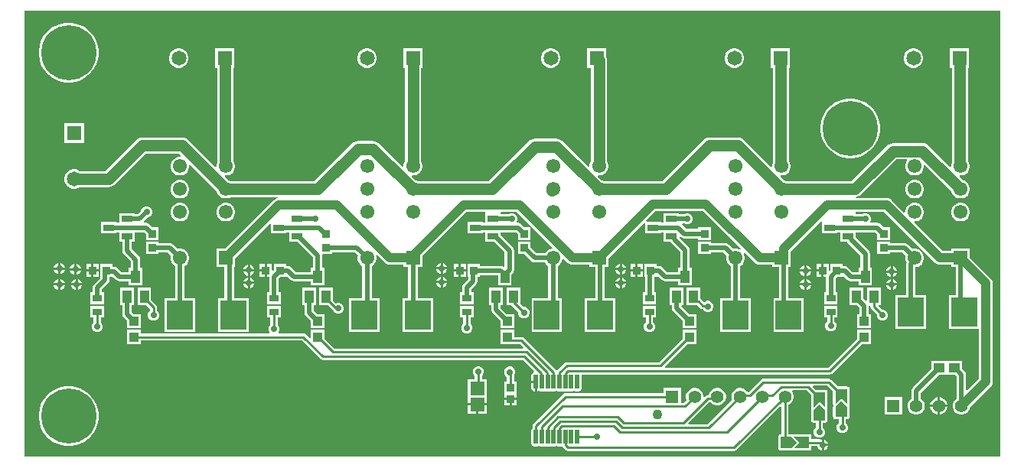
<source format=gtl>
G04*
G04 #@! TF.GenerationSoftware,Altium Limited,Altium Designer,21.4.1 (30)*
G04*
G04 Layer_Physical_Order=1*
G04 Layer_Color=255*
%FSLAX25Y25*%
%MOIN*%
G70*
G04*
G04 #@! TF.SameCoordinates,1266B52B-6285-4ABA-978B-C55B880163AB*
G04*
G04*
G04 #@! TF.FilePolarity,Positive*
G04*
G01*
G75*
%ADD14R,0.11221X0.12598*%
%ADD15R,0.03591X0.03381*%
%ADD16R,0.03985X0.04168*%
%ADD17R,0.04724X0.03150*%
%ADD18R,0.03381X0.03591*%
%ADD19R,0.03937X0.05512*%
%ADD20R,0.03937X0.03150*%
%ADD21R,0.06127X0.06213*%
G04:AMPARAMS|DCode=22|XSize=17.72mil|YSize=62.99mil|CornerRadius=1.95mil|HoleSize=0mil|Usage=FLASHONLY|Rotation=180.000|XOffset=0mil|YOffset=0mil|HoleType=Round|Shape=RoundedRectangle|*
%AMROUNDEDRECTD22*
21,1,0.01772,0.05909,0,0,180.0*
21,1,0.01382,0.06299,0,0,180.0*
1,1,0.00390,-0.00691,0.02955*
1,1,0.00390,0.00691,0.02955*
1,1,0.00390,0.00691,-0.02955*
1,1,0.00390,-0.00691,-0.02955*
%
%ADD22ROUNDEDRECTD22*%
%ADD23R,0.03543X0.03347*%
%ADD24R,0.04000X0.05000*%
%ADD25R,0.04562X0.03985*%
%ADD26R,0.05000X0.04000*%
%ADD37C,0.06102*%
%ADD38R,0.06102X0.06102*%
%ADD41C,0.05512*%
%ADD42R,0.05512X0.05512*%
%ADD43C,0.04331*%
%ADD47C,0.02000*%
%ADD48C,0.04000*%
%ADD49C,0.01000*%
%ADD50C,0.05000*%
%ADD51C,0.06496*%
%ADD52R,0.06496X0.06496*%
%ADD53R,0.06496X0.06496*%
%ADD54C,0.24000*%
%ADD55C,0.02800*%
G36*
X698726Y230774D02*
X273775D01*
Y425225D01*
X698726D01*
Y230774D01*
D02*
G37*
%LPC*%
G36*
X661559Y408748D02*
X660441D01*
X659360Y408459D01*
X658392Y407899D01*
X657601Y407108D01*
X657042Y406140D01*
X656752Y405059D01*
Y403941D01*
X657042Y402860D01*
X657601Y401892D01*
X658392Y401101D01*
X659360Y400541D01*
X660441Y400252D01*
X661559D01*
X662640Y400541D01*
X663608Y401101D01*
X664399Y401892D01*
X664958Y402860D01*
X665248Y403941D01*
Y405059D01*
X664958Y406140D01*
X664399Y407108D01*
X663608Y407899D01*
X662640Y408459D01*
X661559Y408748D01*
D02*
G37*
G36*
X583559D02*
X582441D01*
X581360Y408459D01*
X580392Y407899D01*
X579601Y407108D01*
X579041Y406140D01*
X578752Y405059D01*
Y403941D01*
X579041Y402860D01*
X579601Y401892D01*
X580392Y401101D01*
X581360Y400541D01*
X582441Y400252D01*
X583559D01*
X584640Y400541D01*
X585608Y401101D01*
X586399Y401892D01*
X586959Y402860D01*
X587248Y403941D01*
Y405059D01*
X586959Y406140D01*
X586399Y407108D01*
X585608Y407899D01*
X584640Y408459D01*
X583559Y408748D01*
D02*
G37*
G36*
X503559D02*
X502441D01*
X501360Y408459D01*
X500392Y407899D01*
X499601Y407108D01*
X499042Y406140D01*
X498752Y405059D01*
Y403941D01*
X499042Y402860D01*
X499601Y401892D01*
X500392Y401101D01*
X501360Y400541D01*
X502441Y400252D01*
X503559D01*
X504640Y400541D01*
X505608Y401101D01*
X506399Y401892D01*
X506958Y402860D01*
X507248Y403941D01*
Y405059D01*
X506958Y406140D01*
X506399Y407108D01*
X505608Y407899D01*
X504640Y408459D01*
X503559Y408748D01*
D02*
G37*
G36*
X423559D02*
X422441D01*
X421360Y408459D01*
X420392Y407899D01*
X419601Y407108D01*
X419041Y406140D01*
X418752Y405059D01*
Y403941D01*
X419041Y402860D01*
X419601Y401892D01*
X420392Y401101D01*
X421360Y400541D01*
X422441Y400252D01*
X423559D01*
X424640Y400541D01*
X425608Y401101D01*
X426399Y401892D01*
X426959Y402860D01*
X427248Y403941D01*
Y405059D01*
X426959Y406140D01*
X426399Y407108D01*
X425608Y407899D01*
X424640Y408459D01*
X423559Y408748D01*
D02*
G37*
G36*
X341559D02*
X340441D01*
X339360Y408459D01*
X338392Y407899D01*
X337601Y407108D01*
X337041Y406140D01*
X336752Y405059D01*
Y403941D01*
X337041Y402860D01*
X337601Y401892D01*
X338392Y401101D01*
X339360Y400541D01*
X340441Y400252D01*
X341559D01*
X342640Y400541D01*
X343608Y401101D01*
X344399Y401892D01*
X344958Y402860D01*
X345248Y403941D01*
Y405059D01*
X344958Y406140D01*
X344399Y407108D01*
X343608Y407899D01*
X342640Y408459D01*
X341559Y408748D01*
D02*
G37*
G36*
X294023Y420000D02*
X291977D01*
X289956Y419680D01*
X288010Y419048D01*
X286187Y418119D01*
X284531Y416916D01*
X283084Y415469D01*
X281881Y413813D01*
X280952Y411990D01*
X280320Y410044D01*
X280000Y408023D01*
Y405977D01*
X280320Y403956D01*
X280952Y402010D01*
X281881Y400186D01*
X283084Y398531D01*
X284531Y397084D01*
X286187Y395881D01*
X288010Y394952D01*
X289956Y394320D01*
X291977Y394000D01*
X294023D01*
X296044Y394320D01*
X297990Y394952D01*
X299814Y395881D01*
X301469Y397084D01*
X302916Y398531D01*
X304119Y400186D01*
X305048Y402010D01*
X305680Y403956D01*
X306000Y405977D01*
Y408023D01*
X305680Y410044D01*
X305048Y411990D01*
X304119Y413813D01*
X302916Y415469D01*
X301469Y416916D01*
X299814Y418119D01*
X297990Y419048D01*
X296044Y419680D01*
X294023Y420000D01*
D02*
G37*
G36*
X299670Y376082D02*
X291174D01*
Y367586D01*
X299670D01*
Y376082D01*
D02*
G37*
G36*
X634523Y387000D02*
X632477D01*
X630456Y386680D01*
X628510Y386048D01*
X626686Y385119D01*
X625031Y383916D01*
X623584Y382469D01*
X622381Y380814D01*
X621452Y378990D01*
X620820Y377044D01*
X620500Y375023D01*
Y372977D01*
X620820Y370956D01*
X621452Y369010D01*
X622381Y367186D01*
X623584Y365531D01*
X625031Y364084D01*
X626686Y362881D01*
X628510Y361952D01*
X630456Y361320D01*
X632477Y361000D01*
X634523D01*
X636544Y361320D01*
X638490Y361952D01*
X640313Y362881D01*
X641969Y364084D01*
X643416Y365531D01*
X644619Y367186D01*
X645548Y369010D01*
X646180Y370956D01*
X646500Y372977D01*
Y375023D01*
X646180Y377044D01*
X645548Y378990D01*
X644619Y380814D01*
X643416Y382469D01*
X641969Y383916D01*
X640313Y385119D01*
X638490Y386048D01*
X636544Y386680D01*
X634523Y387000D01*
D02*
G37*
G36*
X685248Y408748D02*
X676752D01*
Y400252D01*
X677759D01*
Y359123D01*
X677725Y359064D01*
X677449Y358033D01*
Y357251D01*
X676949Y357044D01*
X667445Y366547D01*
X666714Y367108D01*
X665863Y367461D01*
X664949Y367581D01*
X658551D01*
X658162Y367530D01*
X652000D01*
X651086Y367410D01*
X650235Y367057D01*
X649504Y366496D01*
X634038Y351030D01*
X605488D01*
X605064Y351275D01*
X604591Y351402D01*
X603044Y352949D01*
X603251Y353449D01*
X604033D01*
X605064Y353725D01*
X605988Y354258D01*
X606742Y355012D01*
X607275Y355936D01*
X607551Y356967D01*
Y358033D01*
X607275Y359064D01*
X606819Y359853D01*
Y400252D01*
X607248D01*
Y408748D01*
X598752D01*
Y400252D01*
X599759D01*
Y359123D01*
X599725Y359064D01*
X599449Y358033D01*
Y357251D01*
X598949Y357044D01*
X586996Y368996D01*
X586265Y369557D01*
X585414Y369910D01*
X584500Y370030D01*
X572000D01*
X571086Y369910D01*
X570235Y369557D01*
X569504Y368996D01*
X551538Y351030D01*
X525988D01*
X525564Y351275D01*
X525091Y351402D01*
X523544Y352949D01*
X523751Y353449D01*
X524533D01*
X525564Y353725D01*
X526487Y354258D01*
X527242Y355012D01*
X527775Y355936D01*
X528051Y356967D01*
Y358033D01*
X527775Y359064D01*
X527530Y359488D01*
Y403500D01*
X527410Y404414D01*
X527248Y404805D01*
Y408748D01*
X518752D01*
Y400252D01*
X520470D01*
Y359488D01*
X520225Y359064D01*
X519949Y358033D01*
Y357251D01*
X519449Y357044D01*
X507996Y368496D01*
X507265Y369057D01*
X506414Y369410D01*
X505500Y369530D01*
X496000D01*
X495086Y369410D01*
X494235Y369057D01*
X493504Y368496D01*
X476038Y351030D01*
X444988D01*
X444564Y351275D01*
X444091Y351402D01*
X442544Y352949D01*
X442751Y353449D01*
X443533D01*
X444564Y353725D01*
X445487Y354258D01*
X446242Y355012D01*
X446775Y355936D01*
X447051Y356967D01*
Y358033D01*
X446775Y359064D01*
X446530Y359488D01*
Y400252D01*
X447248D01*
Y408748D01*
X438752D01*
Y400252D01*
X439470D01*
Y359488D01*
X439225Y359064D01*
X438949Y358033D01*
Y357251D01*
X438449Y357044D01*
X427996Y367496D01*
X427265Y368057D01*
X426414Y368410D01*
X425500Y368530D01*
X419000D01*
X418086Y368410D01*
X417235Y368057D01*
X416504Y367496D01*
X400038Y351030D01*
X363488D01*
X363064Y351275D01*
X362591Y351402D01*
X361044Y352949D01*
X361251Y353449D01*
X362033D01*
X363064Y353725D01*
X363987Y354258D01*
X364742Y355012D01*
X365275Y355936D01*
X365551Y356967D01*
Y358033D01*
X365275Y359064D01*
X364819Y359853D01*
Y400252D01*
X365248D01*
Y408748D01*
X356752D01*
Y400252D01*
X357759D01*
Y359123D01*
X357725Y359064D01*
X357449Y358033D01*
Y357251D01*
X356949Y357044D01*
X344996Y368996D01*
X344265Y369557D01*
X343414Y369910D01*
X342500Y370030D01*
X325000D01*
X324086Y369910D01*
X323235Y369557D01*
X322504Y368996D01*
X308872Y355365D01*
X297803D01*
X297061Y355793D01*
X295981Y356083D01*
X294862D01*
X293782Y355793D01*
X292813Y355234D01*
X292022Y354443D01*
X291463Y353474D01*
X291174Y352394D01*
Y351275D01*
X291463Y350195D01*
X292022Y349226D01*
X292813Y348435D01*
X293782Y347876D01*
X294862Y347586D01*
X295981D01*
X297061Y347876D01*
X297803Y348304D01*
X310334D01*
X311248Y348425D01*
X312100Y348777D01*
X312831Y349338D01*
X326462Y362970D01*
X341038D01*
X341956Y362051D01*
X341749Y361551D01*
X340967D01*
X339936Y361275D01*
X339013Y360742D01*
X338258Y359987D01*
X337725Y359064D01*
X337449Y358033D01*
Y356967D01*
X337725Y355936D01*
X338258Y355012D01*
X339013Y354258D01*
X339936Y353725D01*
X340967Y353449D01*
X342033D01*
X343064Y353725D01*
X343987Y354258D01*
X344742Y355012D01*
X345275Y355936D01*
X345551Y356967D01*
Y357749D01*
X346051Y357956D01*
X357598Y346409D01*
X357725Y345936D01*
X358258Y345012D01*
X359013Y344258D01*
X359936Y343725D01*
X360967Y343449D01*
X362033D01*
X363064Y343725D01*
X363488Y343970D01*
X384041D01*
X384074Y343470D01*
X383717Y343423D01*
X382987Y343121D01*
X382360Y342640D01*
X361272Y321551D01*
X357449D01*
Y313449D01*
X360961D01*
Y299799D01*
X358118D01*
Y285201D01*
X371339D01*
Y299799D01*
X365039D01*
Y313449D01*
X365551D01*
Y317272D01*
X380676Y332397D01*
X381138Y332205D01*
Y328165D01*
X387862D01*
Y328701D01*
X389012D01*
Y324425D01*
X392852D01*
X399461Y317817D01*
Y313087D01*
X398532D01*
Y311370D01*
X392014D01*
X390019Y313365D01*
X389357Y313807D01*
X388577Y313963D01*
X387748D01*
Y314795D01*
X382367D01*
Y312195D01*
X382133Y312010D01*
X381632Y312238D01*
Y314795D01*
X379442D01*
Y312000D01*
Y309205D01*
X380461D01*
Y302528D01*
X379532D01*
Y297378D01*
X385469D01*
Y302528D01*
X384539D01*
Y308492D01*
X385251Y309205D01*
X387748D01*
Y309215D01*
X388210Y309406D01*
X389727Y307889D01*
X390389Y307447D01*
X391169Y307292D01*
X398532D01*
Y305575D01*
X404468D01*
Y313087D01*
X403539D01*
Y318661D01*
X403499Y318865D01*
X403816Y319252D01*
X407795D01*
Y319903D01*
X417713D01*
X419083Y318533D01*
X418949Y318033D01*
Y316967D01*
X419225Y315936D01*
X419758Y315013D01*
X420512Y314258D01*
X420961Y313999D01*
Y299799D01*
X415276D01*
Y285201D01*
X428496D01*
Y299799D01*
X425039D01*
Y313999D01*
X425488Y314258D01*
X426242Y315013D01*
X426775Y315936D01*
X427051Y316967D01*
Y318033D01*
X426903Y318584D01*
X427352Y318843D01*
X430835Y315360D01*
X431461Y314879D01*
X432191Y314577D01*
X432974Y314474D01*
X438949D01*
Y313449D01*
X440961D01*
Y299799D01*
X438504D01*
Y285201D01*
X451724D01*
Y299799D01*
X445039D01*
Y313449D01*
X447051D01*
Y318272D01*
X466253Y337474D01*
X474379D01*
X474575Y337055D01*
X474575Y336974D01*
Y332779D01*
X473425D01*
Y333315D01*
X466701D01*
Y328165D01*
X473425D01*
Y328701D01*
X474575D01*
Y324425D01*
X478415D01*
X482961Y319880D01*
Y313748D01*
X482789Y313617D01*
X482461Y313508D01*
X481898Y313884D01*
X481118Y314039D01*
X472248D01*
Y314795D01*
X466867D01*
Y309205D01*
X466983D01*
Y308049D01*
X465058Y306124D01*
X464616Y305463D01*
X464461Y304682D01*
Y302528D01*
X463531D01*
Y297378D01*
X469468D01*
Y302528D01*
X468539D01*
Y303838D01*
X470464Y305763D01*
X470906Y306424D01*
X471061Y307205D01*
Y309205D01*
X472248D01*
Y309961D01*
X480031D01*
Y305575D01*
X485968D01*
Y310203D01*
X486442Y310676D01*
X486884Y311338D01*
X487039Y312118D01*
Y320724D01*
X486884Y321505D01*
X486442Y322166D01*
X486442Y322166D01*
X481299Y327309D01*
Y328701D01*
X487868D01*
X488704Y327864D01*
Y325367D01*
X494296D01*
Y330748D01*
X491588D01*
X490155Y332182D01*
X489493Y332624D01*
X488713Y332779D01*
X488327D01*
X488092Y333279D01*
X488400Y334023D01*
Y334977D01*
X488035Y335859D01*
X487360Y336535D01*
X486477Y336900D01*
X485523D01*
X484652Y336539D01*
X481456D01*
X481299Y337039D01*
Y337055D01*
X481495Y337474D01*
X488304D01*
X503765Y322013D01*
X503574Y321551D01*
X503467D01*
X502436Y321275D01*
X501512Y320742D01*
X500758Y319988D01*
X500499Y319539D01*
X496892D01*
X494296Y322136D01*
Y324633D01*
X488704D01*
Y319252D01*
X491412D01*
X494605Y316058D01*
X495267Y315616D01*
X496047Y315461D01*
X500499D01*
X500758Y315013D01*
X501512Y314258D01*
X501961Y313999D01*
Y299799D01*
X494661D01*
Y285201D01*
X507882D01*
Y299799D01*
X506039D01*
Y313999D01*
X506488Y314258D01*
X507242Y315013D01*
X507775Y315936D01*
X508051Y316967D01*
Y317074D01*
X508513Y317265D01*
X510418Y315360D01*
X511045Y314879D01*
X511774Y314577D01*
X512558Y314474D01*
X519949D01*
Y313449D01*
X522461D01*
Y299799D01*
X517890D01*
Y285201D01*
X531110D01*
Y299799D01*
X526539D01*
Y313449D01*
X528051D01*
Y317272D01*
X543764Y332984D01*
X544264Y332777D01*
Y328165D01*
X550988D01*
Y328701D01*
X552138D01*
Y324425D01*
X555267D01*
X555420Y324196D01*
X559461Y320155D01*
Y313087D01*
X558532D01*
Y311370D01*
X553675D01*
X551603Y313442D01*
X550942Y313884D01*
X550161Y314039D01*
X549248D01*
Y314795D01*
X543867D01*
Y309205D01*
X544188D01*
Y302528D01*
X543032D01*
Y297378D01*
X548969D01*
Y302528D01*
X548266D01*
Y309205D01*
X549248D01*
Y309322D01*
X549748Y309529D01*
X551389Y307889D01*
X552050Y307447D01*
X552831Y307292D01*
X552831Y307292D01*
X558532D01*
Y305575D01*
X564468D01*
Y313087D01*
X563539D01*
Y321000D01*
X563539Y321000D01*
X563384Y321780D01*
X562942Y322442D01*
X562942Y322442D01*
X558980Y326404D01*
X559006Y326669D01*
X559527Y326855D01*
X559766Y326616D01*
X560427Y326174D01*
X561207Y326019D01*
X567205D01*
Y325367D01*
X572795D01*
Y330748D01*
X567205D01*
Y330097D01*
X562052D01*
X560208Y331941D01*
X560415Y332441D01*
X561199D01*
X562023Y332100D01*
X562977D01*
X563860Y332465D01*
X564535Y333140D01*
X564900Y334023D01*
Y334977D01*
X564535Y335859D01*
X563860Y336535D01*
X562977Y336900D01*
X562023D01*
X561140Y336535D01*
X561125Y336520D01*
X558862D01*
Y337055D01*
X552138D01*
Y332779D01*
X550988D01*
Y333315D01*
X544801D01*
X544594Y333815D01*
X548753Y337974D01*
X569247D01*
X585784Y321436D01*
X585477Y321036D01*
X585064Y321275D01*
X584033Y321551D01*
X582967D01*
X582467Y321417D01*
X580500Y323384D01*
X579838Y323826D01*
X579058Y323981D01*
X572795D01*
Y324633D01*
X567205D01*
Y319252D01*
X572795D01*
Y319903D01*
X578213D01*
X579583Y318533D01*
X579449Y318033D01*
Y316967D01*
X579725Y315936D01*
X580258Y315013D01*
X581012Y314258D01*
X581461Y313999D01*
Y299799D01*
X576776D01*
Y285201D01*
X589996D01*
Y299799D01*
X585539D01*
Y313999D01*
X585988Y314258D01*
X586742Y315013D01*
X587275Y315936D01*
X587551Y316967D01*
Y318033D01*
X587275Y319064D01*
X587036Y319477D01*
X587436Y319784D01*
X591860Y315360D01*
X592487Y314879D01*
X593217Y314577D01*
X594000Y314474D01*
X599449D01*
Y313449D01*
X602461D01*
Y299799D01*
X600004D01*
Y285201D01*
X613224D01*
Y299799D01*
X606539D01*
Y313449D01*
X607551D01*
Y318355D01*
X607577Y318551D01*
Y320298D01*
X620669Y333389D01*
X621138Y333151D01*
X621138Y332883D01*
Y328165D01*
X627862D01*
Y328701D01*
X629012D01*
Y324425D01*
X632141D01*
X632294Y324196D01*
X637961Y318529D01*
Y313087D01*
X637032D01*
Y311370D01*
X634514D01*
X632519Y313365D01*
X631857Y313807D01*
X631077Y313962D01*
X630248D01*
Y314795D01*
X624867D01*
Y312195D01*
X624633Y312010D01*
X624132Y312238D01*
Y314795D01*
X621942D01*
Y312000D01*
Y309205D01*
X622961D01*
Y302528D01*
X622031D01*
Y297378D01*
X627969D01*
Y302528D01*
X627039D01*
Y308492D01*
X627751Y309205D01*
X630248D01*
Y309215D01*
X630710Y309406D01*
X632227Y307889D01*
X632889Y307447D01*
X633669Y307292D01*
X637032D01*
Y305575D01*
X642969D01*
Y313087D01*
X642039D01*
Y319374D01*
X641884Y320154D01*
X641442Y320816D01*
X635761Y326497D01*
X635736Y326622D01*
Y328701D01*
X644368D01*
X645204Y327864D01*
Y325367D01*
X650796D01*
Y330748D01*
X648088D01*
X646655Y332182D01*
X645993Y332624D01*
X645213Y332779D01*
X642327D01*
X642092Y333279D01*
X642400Y334023D01*
Y334977D01*
X642035Y335859D01*
X641360Y336535D01*
X640477Y336900D01*
X639523D01*
X638640Y336535D01*
X638625Y336520D01*
X635846D01*
X635736Y337019D01*
Y337055D01*
X635932Y337474D01*
X648247D01*
X670360Y315360D01*
X670987Y314879D01*
X671717Y314577D01*
X672500Y314474D01*
X677449D01*
Y313449D01*
X679461D01*
Y301299D01*
X676504D01*
Y286701D01*
X689474D01*
Y264753D01*
X684344Y259623D01*
X683882Y259814D01*
Y266701D01*
X683727Y267481D01*
X683284Y268143D01*
X683284Y268143D01*
X682036Y269391D01*
Y272492D01*
X668964D01*
Y269103D01*
X660716Y260854D01*
X660274Y260193D01*
X660118Y259412D01*
Y256160D01*
X659851Y256006D01*
X659152Y255306D01*
X658658Y254450D01*
X658402Y253495D01*
Y252505D01*
X658658Y251550D01*
X659152Y250694D01*
X659851Y249994D01*
X660708Y249500D01*
X661663Y249244D01*
X662652D01*
X663607Y249500D01*
X664464Y249994D01*
X665163Y250694D01*
X665657Y251550D01*
X665913Y252505D01*
Y253495D01*
X665657Y254450D01*
X665163Y255306D01*
X664464Y256006D01*
X664197Y256160D01*
Y258568D01*
X672137Y266508D01*
X679152D01*
X679803Y265856D01*
Y256160D01*
X679536Y256006D01*
X678837Y255306D01*
X678343Y254450D01*
X678087Y253495D01*
Y252505D01*
X678343Y251550D01*
X678837Y250694D01*
X679536Y249994D01*
X680393Y249500D01*
X681348Y249244D01*
X682337D01*
X683292Y249500D01*
X684149Y249994D01*
X684848Y250694D01*
X685343Y251550D01*
X685530Y252251D01*
X694640Y261360D01*
X695120Y261987D01*
X695423Y262717D01*
X695526Y263500D01*
Y306500D01*
X695423Y307283D01*
X695120Y308013D01*
X694640Y308640D01*
X685551Y317728D01*
Y321551D01*
X677449D01*
Y320526D01*
X673753D01*
X661330Y332949D01*
X661538Y333449D01*
X662033D01*
X663064Y333725D01*
X663987Y334258D01*
X664742Y335013D01*
X665275Y335936D01*
X665551Y336967D01*
Y338033D01*
X665275Y339064D01*
X664742Y339987D01*
X663987Y340742D01*
X663064Y341275D01*
X662033Y341551D01*
X660967D01*
X659936Y341275D01*
X659013Y340742D01*
X658258Y339987D01*
X657725Y339064D01*
X657449Y338033D01*
Y337538D01*
X656949Y337330D01*
X651640Y342640D01*
X651013Y343121D01*
X650283Y343423D01*
X649500Y343526D01*
X635959D01*
X635926Y344026D01*
X636414Y344090D01*
X637265Y344443D01*
X637996Y345004D01*
X653462Y360470D01*
X658034D01*
X658228Y360051D01*
X658248Y359970D01*
X657725Y359064D01*
X657449Y358033D01*
Y356967D01*
X657725Y355936D01*
X658258Y355012D01*
X659013Y354258D01*
X659936Y353725D01*
X660967Y353449D01*
X662033D01*
X663064Y353725D01*
X663987Y354258D01*
X664742Y355012D01*
X665275Y355936D01*
X665551Y356967D01*
Y357749D01*
X666051Y357956D01*
X677598Y346409D01*
X677725Y345936D01*
X678258Y345012D01*
X679012Y344258D01*
X679936Y343725D01*
X680967Y343449D01*
X682033D01*
X683064Y343725D01*
X683988Y344258D01*
X684742Y345012D01*
X685275Y345936D01*
X685551Y346967D01*
Y348033D01*
X685275Y349064D01*
X684742Y349988D01*
X683988Y350742D01*
X683064Y351275D01*
X682591Y351402D01*
X681044Y352949D01*
X681251Y353449D01*
X682033D01*
X683064Y353725D01*
X683988Y354258D01*
X684742Y355012D01*
X685275Y355936D01*
X685551Y356967D01*
Y358033D01*
X685275Y359064D01*
X684819Y359853D01*
Y400252D01*
X685248D01*
Y408748D01*
D02*
G37*
G36*
X662033Y351551D02*
X660967D01*
X659936Y351275D01*
X659013Y350742D01*
X658258Y349988D01*
X657725Y349064D01*
X657449Y348033D01*
Y346967D01*
X657725Y345936D01*
X658258Y345012D01*
X659013Y344258D01*
X659936Y343725D01*
X660967Y343449D01*
X662033D01*
X663064Y343725D01*
X663987Y344258D01*
X664742Y345012D01*
X665275Y345936D01*
X665551Y346967D01*
Y348033D01*
X665275Y349064D01*
X664742Y349988D01*
X663987Y350742D01*
X663064Y351275D01*
X662033Y351551D01*
D02*
G37*
G36*
X342033D02*
X340967D01*
X339936Y351275D01*
X339013Y350742D01*
X338258Y349988D01*
X337725Y349064D01*
X337449Y348033D01*
Y346967D01*
X337725Y345936D01*
X338258Y345012D01*
X339013Y344258D01*
X339936Y343725D01*
X340967Y343449D01*
X342033D01*
X343064Y343725D01*
X343987Y344258D01*
X344742Y345012D01*
X345275Y345936D01*
X345551Y346967D01*
Y348033D01*
X345275Y349064D01*
X344742Y349988D01*
X343987Y350742D01*
X343064Y351275D01*
X342033Y351551D01*
D02*
G37*
G36*
X327477Y339900D02*
X326523D01*
X325641Y339535D01*
X324965Y338860D01*
X324605Y337988D01*
X323136Y336520D01*
X321799D01*
Y337055D01*
X315075D01*
Y332779D01*
X313925D01*
Y333315D01*
X307201D01*
Y328165D01*
X313925D01*
Y328701D01*
X315075D01*
Y324425D01*
X316398D01*
Y320563D01*
X316553Y319783D01*
X316995Y319121D01*
X320221Y315896D01*
Y313087D01*
X319291D01*
Y311370D01*
X316014D01*
X314335Y313049D01*
X313674Y313491D01*
X312893Y313646D01*
X312248D01*
Y314795D01*
X306868D01*
Y311507D01*
X306828Y311310D01*
Y308740D01*
X304058Y305970D01*
X303616Y305308D01*
X303461Y304528D01*
Y302528D01*
X302532D01*
Y297378D01*
X308469D01*
Y302528D01*
X307539D01*
Y303683D01*
X310309Y306453D01*
X310752Y307115D01*
X310907Y307895D01*
Y309205D01*
X312248D01*
X312248Y309205D01*
Y309204D01*
X312646Y308970D01*
X313727Y307889D01*
X313727Y307889D01*
X314389Y307447D01*
X315169Y307292D01*
X319291D01*
Y305575D01*
X325228D01*
Y313087D01*
X324299D01*
Y316740D01*
X324144Y317520D01*
X323702Y318182D01*
X320476Y321408D01*
Y324425D01*
X321799D01*
Y328701D01*
X325868D01*
X326705Y327864D01*
Y325367D01*
X332295D01*
Y330748D01*
X329588D01*
X328154Y332182D01*
X327493Y332624D01*
X326713Y332779D01*
X325870D01*
X325663Y333279D01*
X327488Y335105D01*
X328360Y335465D01*
X329035Y336140D01*
X329400Y337023D01*
Y337977D01*
X329035Y338860D01*
X328360Y339535D01*
X327477Y339900D01*
D02*
G37*
G36*
X682033Y341551D02*
X680967D01*
X679936Y341275D01*
X679012Y340742D01*
X678258Y339987D01*
X677725Y339064D01*
X677449Y338033D01*
Y336967D01*
X677725Y335936D01*
X678258Y335013D01*
X679012Y334258D01*
X679936Y333725D01*
X680967Y333449D01*
X682033D01*
X683064Y333725D01*
X683988Y334258D01*
X684742Y335013D01*
X685275Y335936D01*
X685551Y336967D01*
Y338033D01*
X685275Y339064D01*
X684742Y339987D01*
X683988Y340742D01*
X683064Y341275D01*
X682033Y341551D01*
D02*
G37*
G36*
X362033D02*
X360967D01*
X359936Y341275D01*
X359013Y340742D01*
X358258Y339987D01*
X357725Y339064D01*
X357449Y338033D01*
Y336967D01*
X357725Y335936D01*
X358258Y335013D01*
X359013Y334258D01*
X359936Y333725D01*
X360967Y333449D01*
X362033D01*
X363064Y333725D01*
X363987Y334258D01*
X364742Y335013D01*
X365275Y335936D01*
X365551Y336967D01*
Y338033D01*
X365275Y339064D01*
X364742Y339987D01*
X363987Y340742D01*
X363064Y341275D01*
X362033Y341551D01*
D02*
G37*
G36*
X342033D02*
X340967D01*
X339936Y341275D01*
X339013Y340742D01*
X338258Y339987D01*
X337725Y339064D01*
X337449Y338033D01*
Y336967D01*
X337725Y335936D01*
X338258Y335013D01*
X339013Y334258D01*
X339936Y333725D01*
X340967Y333449D01*
X342033D01*
X343064Y333725D01*
X343987Y334258D01*
X344742Y335013D01*
X345275Y335936D01*
X345551Y336967D01*
Y338033D01*
X345275Y339064D01*
X344742Y339987D01*
X343987Y340742D01*
X343064Y341275D01*
X342033Y341551D01*
D02*
G37*
G36*
X456000Y315391D02*
Y313500D01*
X457891D01*
X457535Y314359D01*
X456859Y315035D01*
X456000Y315391D01*
D02*
G37*
G36*
X455000D02*
X454141Y315035D01*
X453465Y314359D01*
X453109Y313500D01*
X455000D01*
Y315391D01*
D02*
G37*
G36*
X289501Y315297D02*
Y313406D01*
X291391D01*
X291036Y314266D01*
X290360Y314941D01*
X289501Y315297D01*
D02*
G37*
G36*
X288501D02*
X287641Y314941D01*
X286966Y314266D01*
X286610Y313406D01*
X288501D01*
Y315297D01*
D02*
G37*
G36*
X534000Y315000D02*
Y313109D01*
X535891D01*
X535535Y313969D01*
X534860Y314644D01*
X534000Y315000D01*
D02*
G37*
G36*
X533000D02*
X532140Y314644D01*
X531465Y313969D01*
X531109Y313109D01*
X533000D01*
Y315000D01*
D02*
G37*
G36*
X296500Y314891D02*
Y313000D01*
X298391D01*
X298035Y313860D01*
X297359Y314535D01*
X296500Y314891D01*
D02*
G37*
G36*
X295500D02*
X294640Y314535D01*
X293965Y313860D01*
X293609Y313000D01*
X295500D01*
Y314891D01*
D02*
G37*
G36*
X372000Y314500D02*
Y312609D01*
X373891D01*
X373535Y313469D01*
X372860Y314144D01*
X372000Y314500D01*
D02*
G37*
G36*
X371000D02*
X370141Y314144D01*
X369465Y313469D01*
X369109Y312609D01*
X371000D01*
Y314500D01*
D02*
G37*
G36*
X306133Y314795D02*
X303942D01*
Y312500D01*
X306133D01*
Y314795D01*
D02*
G37*
G36*
X466132D02*
X463942D01*
Y312500D01*
X466132D01*
Y314795D01*
D02*
G37*
G36*
X543132D02*
X540942D01*
Y312500D01*
X543132D01*
Y314795D01*
D02*
G37*
G36*
X614500Y314391D02*
Y312500D01*
X616391D01*
X616035Y313359D01*
X615359Y314035D01*
X614500Y314391D01*
D02*
G37*
G36*
X613500D02*
X612640Y314035D01*
X611965Y313359D01*
X611609Y312500D01*
X613500D01*
Y314391D01*
D02*
G37*
G36*
X462942Y314795D02*
X460752D01*
Y312500D01*
X462942D01*
Y314795D01*
D02*
G37*
G36*
X539942D02*
X537752D01*
Y312500D01*
X539942D01*
Y314795D01*
D02*
G37*
G36*
X378442D02*
X376252D01*
Y312500D01*
X378442D01*
Y314795D01*
D02*
G37*
G36*
X620942D02*
X618752D01*
Y312500D01*
X620942D01*
Y314795D01*
D02*
G37*
G36*
X302942D02*
X300752D01*
Y312500D01*
X302942D01*
Y314795D01*
D02*
G37*
G36*
X652000Y313891D02*
Y312000D01*
X653891D01*
X653535Y312860D01*
X652859Y313535D01*
X652000Y313891D01*
D02*
G37*
G36*
X651000D02*
X650140Y313535D01*
X649465Y312860D01*
X649109Y312000D01*
X651000D01*
Y313891D01*
D02*
G37*
G36*
X457891Y312500D02*
X456000D01*
Y310609D01*
X456859Y310965D01*
X457535Y311641D01*
X457891Y312500D01*
D02*
G37*
G36*
X455000D02*
X453109D01*
X453465Y311641D01*
X454141Y310965D01*
X455000Y310609D01*
Y312500D01*
D02*
G37*
G36*
X291391Y312406D02*
X289501D01*
Y310515D01*
X290360Y310872D01*
X291036Y311547D01*
X291391Y312406D01*
D02*
G37*
G36*
X288501D02*
X286610D01*
X286966Y311547D01*
X287641Y310872D01*
X288501Y310515D01*
Y312406D01*
D02*
G37*
G36*
X535891Y312109D02*
X534000D01*
Y310219D01*
X534860Y310575D01*
X535535Y311250D01*
X535891Y312109D01*
D02*
G37*
G36*
X533000D02*
X531109D01*
X531465Y311250D01*
X532140Y310575D01*
X533000Y310219D01*
Y312109D01*
D02*
G37*
G36*
X298391Y312000D02*
X296500D01*
Y310109D01*
X297359Y310465D01*
X298035Y311140D01*
X298391Y312000D01*
D02*
G37*
G36*
X295500D02*
X293609D01*
X293965Y311140D01*
X294640Y310465D01*
X295500Y310109D01*
Y312000D01*
D02*
G37*
G36*
X373891Y311609D02*
X372000D01*
Y309719D01*
X372860Y310075D01*
X373535Y310750D01*
X373891Y311609D01*
D02*
G37*
G36*
X371000D02*
X369109D01*
X369465Y310750D01*
X370141Y310075D01*
X371000Y309719D01*
Y311609D01*
D02*
G37*
G36*
X616391Y311500D02*
X614500D01*
Y309609D01*
X615359Y309965D01*
X616035Y310641D01*
X616391Y311500D01*
D02*
G37*
G36*
X613500D02*
X611609D01*
X611965Y310641D01*
X612640Y309965D01*
X613500Y309609D01*
Y311500D01*
D02*
G37*
G36*
X620942D02*
X618752D01*
Y309205D01*
X620942D01*
Y311500D01*
D02*
G37*
G36*
X543132D02*
X540942D01*
Y309205D01*
X543132D01*
Y311500D01*
D02*
G37*
G36*
X539942D02*
X537752D01*
Y309205D01*
X539942D01*
Y311500D01*
D02*
G37*
G36*
X466132D02*
X463942D01*
Y309205D01*
X466132D01*
Y311500D01*
D02*
G37*
G36*
X462942D02*
X460752D01*
Y309205D01*
X462942D01*
Y311500D01*
D02*
G37*
G36*
X378442D02*
X376252D01*
Y309205D01*
X378442D01*
Y311500D01*
D02*
G37*
G36*
X306133D02*
X303942D01*
Y309205D01*
X306133D01*
Y311500D01*
D02*
G37*
G36*
X302942D02*
X300752D01*
Y309205D01*
X302942D01*
Y311500D01*
D02*
G37*
G36*
X653891Y311000D02*
X652000D01*
Y309109D01*
X652859Y309465D01*
X653535Y310140D01*
X653891Y311000D01*
D02*
G37*
G36*
X651000D02*
X649109D01*
X649465Y310140D01*
X650140Y309465D01*
X651000Y309109D01*
Y311000D01*
D02*
G37*
G36*
X456000Y309391D02*
Y307500D01*
X457891D01*
X457535Y308360D01*
X456859Y309035D01*
X456000Y309391D01*
D02*
G37*
G36*
X455000D02*
X454141Y309035D01*
X453465Y308360D01*
X453109Y307500D01*
X455000D01*
Y309391D01*
D02*
G37*
G36*
X534000Y309000D02*
Y307109D01*
X535891D01*
X535535Y307969D01*
X534860Y308644D01*
X534000Y309000D01*
D02*
G37*
G36*
X533000D02*
X532140Y308644D01*
X531465Y307969D01*
X531109Y307109D01*
X533000D01*
Y309000D01*
D02*
G37*
G36*
X372000D02*
Y307109D01*
X373891D01*
X373535Y307969D01*
X372860Y308644D01*
X372000Y309000D01*
D02*
G37*
G36*
X371000D02*
X370141Y308644D01*
X369465Y307969D01*
X369109Y307109D01*
X371000D01*
Y309000D01*
D02*
G37*
G36*
X652000Y308391D02*
Y306500D01*
X653891D01*
X653535Y307360D01*
X652859Y308035D01*
X652000Y308391D01*
D02*
G37*
G36*
X651000D02*
X650140Y308035D01*
X649465Y307360D01*
X649109Y306500D01*
X651000D01*
Y308391D01*
D02*
G37*
G36*
X614500D02*
Y306500D01*
X616391D01*
X616035Y307360D01*
X615359Y308035D01*
X614500Y308391D01*
D02*
G37*
G36*
X613500D02*
X612640Y308035D01*
X611965Y307360D01*
X611609Y306500D01*
X613500D01*
Y308391D01*
D02*
G37*
G36*
X297000D02*
Y306500D01*
X298891D01*
X298535Y307360D01*
X297860Y308035D01*
X297000Y308391D01*
D02*
G37*
G36*
X296000D02*
X295141Y308035D01*
X294465Y307360D01*
X294109Y306500D01*
X296000D01*
Y308391D01*
D02*
G37*
G36*
X289500D02*
Y306500D01*
X291391D01*
X291035Y307360D01*
X290359Y308035D01*
X289500Y308391D01*
D02*
G37*
G36*
X288500D02*
X287641Y308035D01*
X286965Y307360D01*
X286609Y306500D01*
X288500D01*
Y308391D01*
D02*
G37*
G36*
X457891Y306500D02*
X456000D01*
Y304609D01*
X456859Y304965D01*
X457535Y305641D01*
X457891Y306500D01*
D02*
G37*
G36*
X455000D02*
X453109D01*
X453465Y305641D01*
X454141Y304965D01*
X455000Y304609D01*
Y306500D01*
D02*
G37*
G36*
X535891Y306109D02*
X534000D01*
Y304219D01*
X534860Y304575D01*
X535535Y305250D01*
X535891Y306109D01*
D02*
G37*
G36*
X533000D02*
X531109D01*
X531465Y305250D01*
X532140Y304575D01*
X533000Y304219D01*
Y306109D01*
D02*
G37*
G36*
X373891D02*
X372000D01*
Y304219D01*
X372860Y304575D01*
X373535Y305250D01*
X373891Y306109D01*
D02*
G37*
G36*
X371000D02*
X369109D01*
X369465Y305250D01*
X370141Y304575D01*
X371000Y304219D01*
Y306109D01*
D02*
G37*
G36*
X653891Y305500D02*
X652000D01*
Y303609D01*
X652859Y303965D01*
X653535Y304641D01*
X653891Y305500D01*
D02*
G37*
G36*
X651000D02*
X649109D01*
X649465Y304641D01*
X650140Y303965D01*
X651000Y303609D01*
Y305500D01*
D02*
G37*
G36*
X616391D02*
X614500D01*
Y303609D01*
X615359Y303965D01*
X616035Y304641D01*
X616391Y305500D01*
D02*
G37*
G36*
X613500D02*
X611609D01*
X611965Y304641D01*
X612640Y303965D01*
X613500Y303609D01*
Y305500D01*
D02*
G37*
G36*
X298891D02*
X297000D01*
Y303609D01*
X297860Y303965D01*
X298535Y304641D01*
X298891Y305500D01*
D02*
G37*
G36*
X296000D02*
X294109D01*
X294465Y304641D01*
X295141Y303965D01*
X296000Y303609D01*
Y305500D01*
D02*
G37*
G36*
X291391D02*
X289500D01*
Y303609D01*
X290359Y303965D01*
X291035Y304641D01*
X291391Y305500D01*
D02*
G37*
G36*
X288500D02*
X286609D01*
X286965Y304641D01*
X287641Y303965D01*
X288500Y303609D01*
Y305500D01*
D02*
G37*
G36*
X646709Y304425D02*
X640772D01*
Y298907D01*
X640310Y298716D01*
X639228Y299797D01*
Y304425D01*
X633291D01*
Y296913D01*
X636344D01*
X637461Y295797D01*
Y293036D01*
X636508D01*
Y286867D01*
X642492D01*
Y293036D01*
X641539D01*
Y296419D01*
X641963Y296826D01*
X642211Y296801D01*
Y296260D01*
X642327Y295675D01*
X642659Y295178D01*
X645100Y292737D01*
Y292023D01*
X645465Y291141D01*
X646140Y290465D01*
X647023Y290100D01*
X647977D01*
X648860Y290465D01*
X649535Y291141D01*
X649900Y292023D01*
Y292977D01*
X649535Y293860D01*
X648860Y294535D01*
X647977Y294900D01*
X647263D01*
X645750Y296413D01*
X645957Y296913D01*
X646709D01*
Y304425D01*
D02*
G37*
G36*
X568209D02*
X562272D01*
Y296913D01*
X566561D01*
X566709Y296884D01*
X566863D01*
X568120Y295627D01*
X568616Y295295D01*
X569201Y295179D01*
X569464D01*
X569537Y295005D01*
X570212Y294329D01*
X571094Y293964D01*
X572049D01*
X572931Y294329D01*
X573606Y295005D01*
X573971Y295887D01*
Y296841D01*
X573606Y297724D01*
X572931Y298399D01*
X572049Y298764D01*
X571094D01*
X570212Y298399D01*
X570051Y298238D01*
X569835D01*
X568577Y299495D01*
X568209Y299741D01*
Y304425D01*
D02*
G37*
G36*
X408209D02*
X402272D01*
Y296913D01*
X406046D01*
X408196Y294763D01*
X408212Y294753D01*
X408465Y294141D01*
X409140Y293465D01*
X410023Y293100D01*
X410977D01*
X411860Y293465D01*
X412535Y294141D01*
X412900Y295023D01*
Y295977D01*
X412535Y296860D01*
X411860Y297535D01*
X410977Y297900D01*
X410023D01*
X409572Y297713D01*
X408209Y299076D01*
Y304425D01*
D02*
G37*
G36*
X489709D02*
X483772D01*
Y296913D01*
X485932D01*
X488929Y293917D01*
Y293202D01*
X489294Y292320D01*
X489969Y291645D01*
X490851Y291280D01*
X491806D01*
X492688Y291645D01*
X493364Y292320D01*
X493729Y293202D01*
Y294157D01*
X493364Y295039D01*
X492688Y295714D01*
X491806Y296080D01*
X491092D01*
X489709Y297463D01*
Y304425D01*
D02*
G37*
G36*
X328969D02*
X323031D01*
Y296913D01*
X326806D01*
X328471Y295248D01*
Y294365D01*
X327965Y293860D01*
X327600Y292977D01*
Y292023D01*
X327965Y291141D01*
X328641Y290465D01*
X329523Y290100D01*
X330477D01*
X331360Y290465D01*
X332035Y291141D01*
X332400Y292023D01*
Y292977D01*
X332035Y293860D01*
X331529Y294365D01*
Y295882D01*
X331413Y296467D01*
X331081Y296963D01*
X328969Y299076D01*
Y304425D01*
D02*
G37*
G36*
X560728D02*
X554791D01*
Y296913D01*
X555721D01*
Y295692D01*
X555876Y294911D01*
X556318Y294250D01*
X560508Y290060D01*
Y286867D01*
X566492D01*
Y293036D01*
X563300D01*
X559922Y296413D01*
X560096Y296913D01*
X560728D01*
Y304425D01*
D02*
G37*
G36*
X482228D02*
X476291D01*
Y296913D01*
X477221D01*
Y294783D01*
X477376Y294003D01*
X477818Y293341D01*
X481008Y290152D01*
Y286867D01*
X486992D01*
Y293036D01*
X483891D01*
X481299Y295628D01*
Y296913D01*
X482228D01*
Y304425D01*
D02*
G37*
G36*
X400728D02*
X394791D01*
Y296913D01*
X395721D01*
Y293692D01*
X395876Y292911D01*
X396318Y292250D01*
X398508Y290060D01*
Y286867D01*
X404492D01*
Y293036D01*
X401300D01*
X399799Y294536D01*
Y296913D01*
X400728D01*
Y304425D01*
D02*
G37*
G36*
X321488D02*
X315551D01*
Y296913D01*
X316480D01*
Y293024D01*
X316636Y292243D01*
X317078Y291582D01*
X318508Y290152D01*
Y286867D01*
X324492D01*
Y293036D01*
X321392D01*
X320559Y293868D01*
Y296913D01*
X321488D01*
Y304425D01*
D02*
G37*
G36*
X650796Y324633D02*
X645204D01*
Y319252D01*
X650796D01*
Y319903D01*
X656213D01*
X657583Y318533D01*
X657449Y318033D01*
Y316967D01*
X657725Y315936D01*
X657987Y315482D01*
X657847Y314776D01*
Y301299D01*
X653276D01*
Y286701D01*
X666496D01*
Y301299D01*
X661925D01*
Y313449D01*
X662033D01*
X663064Y313725D01*
X663987Y314258D01*
X664742Y315013D01*
X665275Y315936D01*
X665551Y316967D01*
Y318033D01*
X665275Y319064D01*
X664742Y319988D01*
X663987Y320742D01*
X663064Y321275D01*
X662033Y321551D01*
X660967D01*
X660467Y321417D01*
X658500Y323384D01*
X657838Y323826D01*
X657058Y323981D01*
X650796D01*
Y324633D01*
D02*
G37*
G36*
X627969Y296622D02*
X622031D01*
Y291472D01*
X623471D01*
Y289865D01*
X622965Y289359D01*
X622600Y288477D01*
Y287523D01*
X622965Y286641D01*
X623640Y285965D01*
X624523Y285600D01*
X625477D01*
X626360Y285965D01*
X627035Y286641D01*
X627400Y287523D01*
Y288477D01*
X627035Y289359D01*
X626529Y289865D01*
Y291472D01*
X627969D01*
Y296622D01*
D02*
G37*
G36*
X332295Y324633D02*
X326705D01*
Y319252D01*
X332295D01*
Y319903D01*
X336213D01*
X337583Y318533D01*
X337449Y318033D01*
Y316967D01*
X337725Y315936D01*
X338258Y315013D01*
X339013Y314258D01*
X339461Y313999D01*
Y299799D01*
X334890D01*
Y285201D01*
X348110D01*
Y299799D01*
X343539D01*
Y313999D01*
X343987Y314258D01*
X344742Y315013D01*
X345275Y315936D01*
X345551Y316967D01*
Y318033D01*
X345275Y319064D01*
X344742Y319988D01*
X343987Y320742D01*
X343064Y321275D01*
X342033Y321551D01*
X340967D01*
X340467Y321417D01*
X338500Y323384D01*
X337838Y323826D01*
X337058Y323981D01*
X332295D01*
Y324633D01*
D02*
G37*
G36*
X548969Y296622D02*
X543032D01*
Y291472D01*
X544471D01*
Y289365D01*
X543965Y288860D01*
X543600Y287977D01*
Y287023D01*
X543965Y286140D01*
X544640Y285465D01*
X545523Y285100D01*
X546477D01*
X547360Y285465D01*
X548035Y286140D01*
X548400Y287023D01*
Y287977D01*
X548035Y288860D01*
X547529Y289365D01*
Y291472D01*
X548969D01*
Y296622D01*
D02*
G37*
G36*
X308469D02*
X302532D01*
Y291472D01*
X303971D01*
Y289365D01*
X303465Y288860D01*
X303100Y287977D01*
Y287023D01*
X303465Y286140D01*
X304140Y285465D01*
X305023Y285100D01*
X305977D01*
X306859Y285465D01*
X307535Y286140D01*
X307900Y287023D01*
Y287977D01*
X307535Y288860D01*
X307029Y289365D01*
Y291472D01*
X308469D01*
Y296622D01*
D02*
G37*
G36*
X469468D02*
X463531D01*
Y291472D01*
X464971D01*
Y288865D01*
X464465Y288359D01*
X464100Y287477D01*
Y286523D01*
X464465Y285641D01*
X465140Y284965D01*
X466023Y284600D01*
X466977D01*
X467860Y284965D01*
X468535Y285641D01*
X468900Y286523D01*
Y287477D01*
X468535Y288359D01*
X468029Y288865D01*
Y291472D01*
X469468D01*
Y296622D01*
D02*
G37*
G36*
X385469D02*
X379532D01*
Y291472D01*
X380971D01*
Y288365D01*
X380465Y287860D01*
X380100Y286977D01*
Y286023D01*
X380465Y285140D01*
X380566Y285040D01*
X380375Y284578D01*
X324492D01*
Y286133D01*
X318508D01*
Y279964D01*
X324492D01*
Y281519D01*
X394669D01*
X402769Y273419D01*
X403265Y273087D01*
X403851Y272971D01*
X490960D01*
X495761Y268170D01*
X495594Y267630D01*
X495386Y267588D01*
X494991Y267324D01*
X494727Y266929D01*
X494634Y266463D01*
Y264008D01*
X496543D01*
Y263508D01*
X497043D01*
Y259335D01*
X497234D01*
X497701Y259428D01*
X497823Y259509D01*
X497945Y259428D01*
X498411Y259335D01*
X499793D01*
X500259Y259428D01*
X500382Y259509D01*
X500504Y259428D01*
X500971Y259335D01*
X502352D01*
X502819Y259428D01*
X502941Y259509D01*
X503063Y259428D01*
X503530Y259335D01*
X504911D01*
X505378Y259428D01*
X505500Y259509D01*
X505622Y259428D01*
X506089Y259335D01*
X507471D01*
X507937Y259428D01*
X508059Y259509D01*
X508181Y259428D01*
X508648Y259335D01*
X510030D01*
X510496Y259428D01*
X510618Y259509D01*
X510741Y259428D01*
X511207Y259335D01*
X512589D01*
X513055Y259428D01*
X513177Y259509D01*
X513300Y259428D01*
X513766Y259335D01*
X515148D01*
X515614Y259428D01*
X516009Y259692D01*
X516273Y260087D01*
X516366Y260553D01*
Y266463D01*
X516502Y266628D01*
X624609D01*
X625194Y266744D01*
X625691Y267076D01*
X638579Y279964D01*
X642492D01*
Y286133D01*
X636508D01*
Y282219D01*
X623976Y269687D01*
X552955D01*
X552763Y270149D01*
X562579Y279964D01*
X566492D01*
Y286133D01*
X560508D01*
Y282219D01*
X550318Y272029D01*
X510019D01*
X509434Y271913D01*
X508937Y271581D01*
X505871Y268515D01*
X505289Y268544D01*
X505129Y268785D01*
X491368Y282546D01*
X490872Y282877D01*
X490286Y282994D01*
X486992D01*
Y286133D01*
X481008D01*
Y279964D01*
X485345D01*
X485492Y279935D01*
X489653D01*
X491096Y278491D01*
X490905Y278029D01*
X408682D01*
X404492Y282219D01*
Y286133D01*
X398508D01*
Y282659D01*
X398046Y282468D01*
X396384Y284130D01*
X395887Y284461D01*
X395302Y284578D01*
X384625D01*
X384434Y285040D01*
X384535Y285140D01*
X384900Y286023D01*
Y286977D01*
X384535Y287860D01*
X384029Y288365D01*
Y291472D01*
X385469D01*
Y296622D01*
D02*
G37*
G36*
X496043Y263008D02*
X494634D01*
Y260553D01*
X494727Y260087D01*
X494991Y259692D01*
X495386Y259428D01*
X495852Y259335D01*
X496043D01*
Y263008D01*
D02*
G37*
G36*
X485710Y270141D02*
X484755D01*
X483873Y269775D01*
X483198Y269100D01*
X482833Y268218D01*
Y267263D01*
X483198Y266381D01*
X483873Y265706D01*
X483971Y265666D01*
Y263732D01*
X482728D01*
Y258386D01*
Y256441D01*
X485500D01*
X488272D01*
Y258386D01*
Y263732D01*
X487029D01*
Y266143D01*
X487267Y266381D01*
X487633Y267263D01*
Y268218D01*
X487267Y269100D01*
X486592Y269775D01*
X485710Y270141D01*
D02*
G37*
G36*
X471977Y270400D02*
X471023D01*
X470141Y270035D01*
X469465Y269359D01*
X469100Y268477D01*
Y267523D01*
X469465Y266640D01*
X469971Y266135D01*
Y264606D01*
X466937D01*
Y256394D01*
Y254196D01*
X471000D01*
X475063D01*
Y256394D01*
Y264606D01*
X473029D01*
Y266135D01*
X473535Y266640D01*
X473900Y267523D01*
Y268477D01*
X473535Y269359D01*
X472859Y270035D01*
X471977Y270400D01*
D02*
G37*
G36*
X672500Y256754D02*
Y253500D01*
X675754D01*
X675500Y254450D01*
X675005Y255306D01*
X674306Y256006D01*
X673450Y256500D01*
X672500Y256754D01*
D02*
G37*
G36*
X671500D02*
X670550Y256500D01*
X669694Y256006D01*
X668995Y255306D01*
X668500Y254450D01*
X668246Y253500D01*
X671500D01*
Y256754D01*
D02*
G37*
G36*
X488272Y255441D02*
X486000D01*
Y253268D01*
X488272D01*
Y255441D01*
D02*
G37*
G36*
X485000D02*
X482728D01*
Y253268D01*
X485000D01*
Y255441D01*
D02*
G37*
G36*
X475063Y253196D02*
X471500D01*
Y249590D01*
X475063D01*
Y253196D01*
D02*
G37*
G36*
X470500D02*
X466937D01*
Y249590D01*
X470500D01*
Y253196D01*
D02*
G37*
G36*
X675754Y252500D02*
X672500D01*
Y249246D01*
X673450Y249500D01*
X674306Y249994D01*
X675005Y250694D01*
X675500Y251550D01*
X675754Y252500D01*
D02*
G37*
G36*
X671500D02*
X668246D01*
X668500Y251550D01*
X668995Y250694D01*
X669694Y249994D01*
X670550Y249500D01*
X671500Y249246D01*
Y252500D01*
D02*
G37*
G36*
X656071Y256756D02*
X648559D01*
Y249244D01*
X656071D01*
Y256756D01*
D02*
G37*
G36*
X624077Y264852D02*
X595501D01*
X594916Y264736D01*
X594419Y264404D01*
X589086Y259071D01*
X588578Y259111D01*
X588427Y259373D01*
X587727Y260072D01*
X586871Y260567D01*
X585916Y260823D01*
X584927D01*
X583972Y260567D01*
X583115Y260072D01*
X582416Y259373D01*
X581921Y258517D01*
X581665Y257561D01*
Y256573D01*
X581897Y255706D01*
X571248Y245057D01*
X563164D01*
X562973Y245519D01*
X572128Y254674D01*
X572660D01*
X573273Y254062D01*
X574129Y253567D01*
X575084Y253311D01*
X576073D01*
X577029Y253567D01*
X577885Y254062D01*
X578584Y254761D01*
X579079Y255617D01*
X579335Y256573D01*
Y257561D01*
X579079Y258517D01*
X578584Y259373D01*
X577885Y260072D01*
X577029Y260567D01*
X576073Y260823D01*
X575084D01*
X574129Y260567D01*
X573273Y260072D01*
X572573Y259373D01*
X572079Y258517D01*
X571869Y257733D01*
X571495D01*
X570909Y257617D01*
X570413Y257285D01*
X569992Y256864D01*
X569492Y257071D01*
Y257561D01*
X569236Y258517D01*
X568742Y259373D01*
X568042Y260072D01*
X567186Y260567D01*
X566231Y260823D01*
X565242D01*
X564287Y260567D01*
X563430Y260072D01*
X562731Y259373D01*
X562236Y258517D01*
X561980Y257561D01*
Y256573D01*
X562213Y255706D01*
X560847Y254340D01*
X559650D01*
Y260823D01*
X552138D01*
Y258596D01*
X509557D01*
X508972Y258480D01*
X508476Y258148D01*
X495550Y245223D01*
X495219Y244727D01*
X495103Y244142D01*
Y243383D01*
X494991Y243308D01*
X494727Y242913D01*
X494634Y242447D01*
Y236537D01*
X494727Y236071D01*
X494991Y235676D01*
X495386Y235412D01*
X495852Y235319D01*
X497234D01*
X497701Y235412D01*
X497823Y235494D01*
X497945Y235412D01*
X498411Y235319D01*
X499793D01*
X500259Y235412D01*
X500382Y235494D01*
X500504Y235412D01*
X500971Y235319D01*
X502352D01*
X502819Y235412D01*
X502941Y235494D01*
X503063Y235412D01*
X503530Y235319D01*
X504911D01*
X505378Y235412D01*
X505500Y235494D01*
X505622Y235412D01*
X506089Y235319D01*
X507471D01*
X507571Y235339D01*
X508099Y235250D01*
X508430Y234754D01*
X509423Y233761D01*
X509919Y233430D01*
X510505Y233313D01*
X582882D01*
X583467Y233430D01*
X583963Y233761D01*
X603115Y252913D01*
X603577Y252721D01*
Y240520D01*
X603200D01*
X603101Y240500D01*
X602500D01*
Y240235D01*
X602479Y240221D01*
X602258Y239890D01*
X602180Y239500D01*
Y234500D01*
X602258Y234110D01*
X602479Y233779D01*
X602500Y233765D01*
Y233500D01*
X603101D01*
X603200Y233480D01*
X607700D01*
X607798Y233500D01*
X608500D01*
Y233500D01*
X608539Y233532D01*
X608800Y233480D01*
X615400D01*
X615498Y233500D01*
X616400D01*
Y234401D01*
X616420Y234500D01*
Y235471D01*
X619122D01*
X619465Y234641D01*
X620141Y233965D01*
X621000Y233609D01*
Y236000D01*
Y238391D01*
X620773Y238296D01*
X620598Y238413D01*
X620013Y238529D01*
X616420D01*
Y239500D01*
X616400Y239598D01*
Y240500D01*
X615498D01*
X615400Y240520D01*
X608800D01*
X608539Y240468D01*
X608500Y240500D01*
Y240500D01*
X607798D01*
X607700Y240520D01*
X606636D01*
Y253613D01*
X607412Y254062D01*
X608112Y254761D01*
X608606Y255617D01*
X608862Y256573D01*
Y257561D01*
X608606Y258517D01*
X608158Y259293D01*
X608323Y259793D01*
X614444D01*
X616480Y257757D01*
Y252300D01*
X616532Y252039D01*
X616500Y252000D01*
X616500D01*
Y251298D01*
X616480Y251200D01*
Y246700D01*
X616500Y246602D01*
Y246000D01*
X616765D01*
X616779Y245979D01*
X617110Y245758D01*
X617500Y245680D01*
X618471D01*
Y243365D01*
X617965Y242860D01*
X617600Y241977D01*
Y241023D01*
X617965Y240141D01*
X618641Y239465D01*
X619523Y239100D01*
X620477D01*
X621359Y239465D01*
X622035Y240141D01*
X622400Y241023D01*
Y241977D01*
X622035Y242860D01*
X621529Y243365D01*
Y245680D01*
X622500D01*
X622890Y245758D01*
X623221Y245979D01*
X623235Y246000D01*
X623500D01*
Y246602D01*
X623520Y246700D01*
Y251200D01*
X623500Y251298D01*
Y252000D01*
X623500D01*
X623468Y252039D01*
X623520Y252300D01*
Y258900D01*
X623500Y258998D01*
Y259900D01*
X622599D01*
X622500Y259920D01*
X618643D01*
X617231Y261332D01*
X617423Y261793D01*
X623444D01*
X625980Y259257D01*
Y253800D01*
X626032Y253539D01*
X626000Y253500D01*
X626000D01*
Y252799D01*
X625980Y252700D01*
Y248200D01*
X626000Y248101D01*
Y247500D01*
X626265D01*
X626279Y247479D01*
X626610Y247258D01*
X627000Y247180D01*
X628471D01*
Y245365D01*
X627965Y244860D01*
X627600Y243977D01*
Y243023D01*
X627965Y242141D01*
X628641Y241465D01*
X629523Y241100D01*
X630477D01*
X631359Y241465D01*
X632035Y242141D01*
X632400Y243023D01*
Y243977D01*
X632035Y244860D01*
X631529Y245365D01*
Y247180D01*
X632000D01*
X632390Y247258D01*
X632721Y247479D01*
X632735Y247500D01*
X633000D01*
Y248101D01*
X633020Y248200D01*
Y252700D01*
X633000Y252799D01*
Y253500D01*
X633000D01*
X632968Y253539D01*
X633020Y253800D01*
Y260400D01*
X633000Y260498D01*
Y261400D01*
X632098D01*
X632000Y261420D01*
X628143D01*
X625159Y264404D01*
X624662Y264736D01*
X624077Y264852D01*
D02*
G37*
G36*
X622000Y238391D02*
Y236500D01*
X623891D01*
X623535Y237359D01*
X622859Y238035D01*
X622000Y238391D01*
D02*
G37*
G36*
X294023Y261500D02*
X291977D01*
X289956Y261180D01*
X288010Y260548D01*
X286187Y259619D01*
X284531Y258416D01*
X283084Y256969D01*
X281881Y255313D01*
X280952Y253490D01*
X280320Y251544D01*
X280000Y249523D01*
Y247477D01*
X280320Y245456D01*
X280952Y243510D01*
X281881Y241687D01*
X283084Y240031D01*
X284531Y238584D01*
X286187Y237381D01*
X288010Y236452D01*
X289956Y235820D01*
X291977Y235500D01*
X294023D01*
X296044Y235820D01*
X297990Y236452D01*
X299814Y237381D01*
X301469Y238584D01*
X302916Y240031D01*
X304119Y241687D01*
X305048Y243510D01*
X305680Y245456D01*
X306000Y247477D01*
Y249523D01*
X305680Y251544D01*
X305048Y253490D01*
X304119Y255313D01*
X302916Y256969D01*
X301469Y258416D01*
X299814Y259619D01*
X297990Y260548D01*
X296044Y261180D01*
X294023Y261500D01*
D02*
G37*
G36*
X623891Y235500D02*
X622000D01*
Y233609D01*
X622859Y233965D01*
X623535Y234641D01*
X623891Y235500D01*
D02*
G37*
%LPD*%
G36*
X632000Y253800D02*
X629500Y256300D01*
X627000Y253800D01*
Y260400D01*
X632000D01*
Y253800D01*
D02*
G37*
G36*
X622500Y252300D02*
X620000Y254800D01*
X617500Y252300D01*
Y258900D01*
X622500D01*
Y252300D01*
D02*
G37*
G36*
X632000Y252700D02*
Y248200D01*
X627000D01*
Y252700D01*
X629500Y255200D01*
X632000Y252700D01*
D02*
G37*
G36*
X622500Y251200D02*
Y246700D01*
X617500D01*
Y251200D01*
X620000Y253700D01*
X622500Y251200D01*
D02*
G37*
G36*
X615400Y234500D02*
X608800D01*
X611300Y237000D01*
X608800Y239500D01*
X615400D01*
Y234500D01*
D02*
G37*
G36*
X610200Y237000D02*
X607700Y234500D01*
X603200D01*
Y239500D01*
X607700D01*
X610200Y237000D01*
D02*
G37*
D14*
X524500Y292500D02*
D03*
X683114Y294000D02*
D03*
X364728Y292500D02*
D03*
X445114D02*
D03*
X606614D02*
D03*
X501272D02*
D03*
X659886Y294000D02*
D03*
X341500Y292500D02*
D03*
X421886D02*
D03*
X583386D02*
D03*
D15*
X491500Y321942D02*
D03*
X648000D02*
D03*
X329500D02*
D03*
X405000D02*
D03*
X570000D02*
D03*
X405000Y328058D02*
D03*
X648000D02*
D03*
X491500D02*
D03*
X329500D02*
D03*
X570000D02*
D03*
D16*
X639500Y283048D02*
D03*
X321500D02*
D03*
X401500D02*
D03*
X563500D02*
D03*
X401500Y289952D02*
D03*
X484000D02*
D03*
Y283048D02*
D03*
X639500Y289952D02*
D03*
X321500D02*
D03*
X563500D02*
D03*
D17*
X392374Y327000D02*
D03*
Y334480D02*
D03*
X384500Y330740D02*
D03*
X624500D02*
D03*
X632374Y334480D02*
D03*
Y327000D02*
D03*
X470063Y330740D02*
D03*
X477937Y334480D02*
D03*
Y327000D02*
D03*
X310563Y330740D02*
D03*
X318437Y334480D02*
D03*
Y327000D02*
D03*
X547626Y330740D02*
D03*
X555500Y334480D02*
D03*
Y327000D02*
D03*
D18*
X385058Y312000D02*
D03*
X378942D02*
D03*
X621442D02*
D03*
X627558D02*
D03*
X463442D02*
D03*
X469558D02*
D03*
X303442D02*
D03*
X309558D02*
D03*
X540442D02*
D03*
X546558D02*
D03*
D19*
X397760Y300669D02*
D03*
X405240D02*
D03*
X401500Y309331D02*
D03*
X640000D02*
D03*
X643740Y300669D02*
D03*
X636260D02*
D03*
X483000Y309331D02*
D03*
X486740Y300669D02*
D03*
X479260D02*
D03*
X322260Y309331D02*
D03*
X326000Y300669D02*
D03*
X318520D02*
D03*
X561500Y309331D02*
D03*
X565240Y300669D02*
D03*
X557760D02*
D03*
D20*
X382500Y294047D02*
D03*
Y299953D02*
D03*
X625000D02*
D03*
Y294047D02*
D03*
X466500Y299953D02*
D03*
Y294047D02*
D03*
X305500Y299953D02*
D03*
Y294047D02*
D03*
X546000Y299953D02*
D03*
Y294047D02*
D03*
D21*
X471000Y260500D02*
D03*
Y253696D02*
D03*
D22*
X496543Y239492D02*
D03*
X499102D02*
D03*
X501661D02*
D03*
X504220D02*
D03*
X506779D02*
D03*
X509339D02*
D03*
X511898D02*
D03*
X514457D02*
D03*
X496543Y263508D02*
D03*
X499102D02*
D03*
X501661D02*
D03*
X504220D02*
D03*
X506779D02*
D03*
X509339D02*
D03*
X511898D02*
D03*
X514457D02*
D03*
D23*
X485500Y261059D02*
D03*
Y255941D02*
D03*
D24*
X605500Y237000D02*
D03*
X613400D02*
D03*
D25*
X672245Y269500D02*
D03*
X678755D02*
D03*
D26*
X620000Y249000D02*
D03*
Y256900D02*
D03*
X629500Y250500D02*
D03*
Y258400D02*
D03*
D37*
X504000Y317500D02*
D03*
X661500D02*
D03*
X341500D02*
D03*
X423000D02*
D03*
X583500D02*
D03*
X443000Y337500D02*
D03*
Y347500D02*
D03*
Y357500D02*
D03*
X423000D02*
D03*
Y347500D02*
D03*
Y337500D02*
D03*
X661500D02*
D03*
Y347500D02*
D03*
Y357500D02*
D03*
X681500D02*
D03*
Y347500D02*
D03*
Y337500D02*
D03*
X504000D02*
D03*
Y347500D02*
D03*
Y357500D02*
D03*
X524000D02*
D03*
Y347500D02*
D03*
Y337500D02*
D03*
X341500D02*
D03*
Y347500D02*
D03*
Y357500D02*
D03*
X361500D02*
D03*
Y347500D02*
D03*
Y337500D02*
D03*
X583500D02*
D03*
Y347500D02*
D03*
Y357500D02*
D03*
X603500D02*
D03*
Y347500D02*
D03*
Y337500D02*
D03*
D38*
X443000Y317500D02*
D03*
X681500D02*
D03*
X524000D02*
D03*
X361500D02*
D03*
X603500D02*
D03*
D41*
X585421Y257067D02*
D03*
X595264D02*
D03*
X605106D02*
D03*
X662157Y253000D02*
D03*
X672000D02*
D03*
X681843D02*
D03*
X575579Y257067D02*
D03*
X565736D02*
D03*
D42*
X652315Y253000D02*
D03*
X555894Y257067D02*
D03*
D43*
X549594Y249193D02*
D03*
D47*
X603500Y317500D02*
X604500Y316500D01*
Y294614D02*
X606614Y292500D01*
X604500Y294614D02*
Y316500D01*
X583500Y292614D02*
Y317500D01*
X583386Y292500D02*
X583500Y292614D01*
X524000Y317500D02*
X524500Y317000D01*
Y292500D02*
Y317000D01*
X501272Y292500D02*
X504000Y295228D01*
Y317500D01*
X443000Y294614D02*
X445114Y292500D01*
X443000Y294614D02*
Y317500D01*
X423000Y293614D02*
Y317500D01*
X421886Y292500D02*
X423000Y293614D01*
X363000Y294228D02*
X364728Y292500D01*
X361500Y317500D02*
X363000Y316000D01*
Y294228D02*
Y316000D01*
X341500Y292500D02*
Y317500D01*
X341500Y292500D02*
X341500Y292500D01*
X681500Y295614D02*
Y317500D01*
Y295614D02*
X683114Y294000D01*
X648000Y321942D02*
X657058D01*
X661500Y317500D01*
X659886Y314776D02*
X661500Y316390D01*
Y317500D01*
X659886Y294000D02*
Y314776D01*
X491500Y321942D02*
X491605D01*
X496047Y317500D01*
X504000D01*
X329500Y321942D02*
X337058D01*
X341500Y317500D01*
X405000Y321942D02*
X418558D01*
X423000Y317500D01*
X579058Y321942D02*
X583500Y317500D01*
X570000Y321942D02*
X579058D01*
X670964Y268508D02*
X671957Y269500D01*
X670964Y268219D02*
Y268508D01*
X662157Y253000D02*
Y259412D01*
X671957Y269500D02*
X672245D01*
X662157Y259412D02*
X670964Y268219D01*
X681843Y253000D02*
Y266701D01*
X679043Y269500D02*
X681843Y266701D01*
X678755Y269500D02*
X679043D01*
X323980Y334480D02*
X327000Y337500D01*
X318437Y334480D02*
X323980D01*
X392394Y334500D02*
X400500D01*
X477957D02*
X486000D01*
X555500Y334480D02*
X562480D01*
X632374D02*
X639980D01*
X636260Y299882D02*
X639500Y296642D01*
Y289952D02*
Y296642D01*
X636260Y299882D02*
Y300669D01*
X625000Y299953D02*
Y309337D01*
X627558Y311895D01*
Y312000D01*
X633669Y309331D02*
X640000D01*
X627635Y311923D02*
X631077D01*
X633669Y309331D01*
X627558Y312000D02*
X627635Y311923D01*
X624500Y330740D02*
X645213D01*
X647895Y328058D01*
X648000D01*
X633736Y325638D02*
X640000Y319374D01*
Y309331D02*
Y319374D01*
X632374Y327000D02*
X633161D01*
X633736Y326425D01*
Y325638D02*
Y326425D01*
X557760Y295692D02*
X562416Y291036D01*
X557760Y295692D02*
Y300669D01*
X562416Y291036D02*
X562508D01*
X563500Y290043D01*
Y289952D02*
Y290043D01*
X552831Y309331D02*
X561500D01*
X546558Y312000D02*
X550161D01*
X552831Y309331D01*
X546227Y300180D02*
Y311669D01*
X546000Y299953D02*
X546227Y300180D01*
Y311669D02*
X546558Y312000D01*
X561500Y311087D02*
Y321000D01*
X556862Y325638D02*
X561500Y321000D01*
X555500Y327000D02*
X556287D01*
X556862Y326425D01*
Y325638D02*
Y326425D01*
X547626Y330740D02*
X558525D01*
X561207Y328058D02*
X570000D01*
X558525Y330740D02*
X561207Y328058D01*
X484000Y289952D02*
Y290043D01*
X479260Y294783D02*
Y300669D01*
Y294783D02*
X484000Y290043D01*
X466500Y304682D02*
X469022Y307205D01*
X466500Y299953D02*
Y304682D01*
X469022Y307205D02*
Y311464D01*
X469558Y312000D01*
X478724Y327000D02*
X485000Y320724D01*
X483000Y309331D02*
Y310118D01*
X485000Y312118D01*
Y320724D01*
X481118Y312000D02*
X483000Y310118D01*
X469558Y312000D02*
X481118D01*
X477937Y327000D02*
X478724D01*
X491395Y328058D02*
X491500D01*
X470063Y330740D02*
X488713D01*
X491395Y328058D01*
X401500Y289952D02*
Y290043D01*
X400508Y291036D02*
X401500Y290043D01*
X400416Y291036D02*
X400508D01*
X397760Y293692D02*
Y300669D01*
Y293692D02*
X400416Y291036D01*
X382500Y309337D02*
X385058Y311895D01*
Y312000D01*
X382500Y299953D02*
Y309337D01*
X388577Y311923D02*
X391169Y309331D01*
X401500D01*
X385058Y312000D02*
X385135Y311923D01*
X388577D01*
X392374Y327000D02*
X393161D01*
X401500Y318661D01*
Y309331D02*
Y318661D01*
X402213Y330740D02*
X404895Y328058D01*
X384500Y330740D02*
X402213D01*
X404895Y328058D02*
X405000D01*
X318520Y293024D02*
X321500Y290043D01*
X318520Y293024D02*
Y300669D01*
X321500Y289952D02*
Y290043D01*
X309558Y312000D02*
X309951Y311607D01*
X312893D01*
X315169Y309331D01*
X322260D01*
X305500Y299953D02*
Y304528D01*
X308868Y307895D01*
Y311310D01*
X309558Y312000D01*
X318437Y320563D02*
Y327000D01*
X322260Y309331D02*
Y316740D01*
X318437Y320563D02*
X322260Y316740D01*
X326713Y330740D02*
X329395Y328058D01*
X329500D01*
X310563Y330740D02*
X326713D01*
D48*
X681427Y252427D02*
X692500Y263500D01*
X681427Y252427D02*
X681427D01*
X692500Y263500D02*
Y306500D01*
X384500Y340500D02*
X409974D01*
X361500Y317500D02*
X384500Y340500D01*
X432974Y317500D02*
X443000D01*
X409974Y340500D02*
X432974Y317500D01*
X443000D02*
X444051Y318551D01*
Y319551D01*
X465000Y340500D02*
X489558D01*
X444051Y319551D02*
X465000Y340500D01*
X489558D02*
X512558Y317500D01*
X524000D01*
X547500Y341000D01*
X623500Y340500D02*
X649500D01*
X603500Y317500D02*
X604551Y318551D01*
Y321551D01*
X623500Y340500D01*
X672500Y317500D02*
X681500D01*
X649500Y340500D02*
X672500Y317500D01*
X547500Y341000D02*
X570500D01*
X594000Y317500D01*
X603500D01*
X681500D02*
X692500Y306500D01*
D49*
X620013Y237000D02*
X621013Y236000D01*
X621500D01*
X613400Y237000D02*
X620013D01*
X514465Y239500D02*
X523000D01*
X514457Y239492D02*
X514465Y239500D01*
X485233Y267741D02*
X485500Y267473D01*
Y261059D02*
Y267473D01*
X471000Y260500D02*
X471500Y261000D01*
Y268000D01*
X305500Y287500D02*
Y294047D01*
X330000Y292500D02*
Y295882D01*
X326000Y299882D02*
Y300669D01*
Y299882D02*
X330000Y295882D01*
X382500Y286500D02*
Y294047D01*
X405240Y299882D02*
X409278Y295844D01*
X410156D01*
X410500Y295500D01*
X405240Y299882D02*
Y300669D01*
X392374Y334480D02*
X392394Y334500D01*
X466500Y287000D02*
Y294047D01*
X477937Y334480D02*
X477957Y334500D01*
X486740Y298269D02*
X491329Y293680D01*
X486740Y298269D02*
Y300669D01*
X562480Y334480D02*
X562500Y334500D01*
X546000Y287500D02*
Y294047D01*
X566709Y298413D02*
X567496D01*
X571227Y296708D02*
X571571Y296364D01*
X565240Y299882D02*
Y300669D01*
Y299882D02*
X566709Y298413D01*
X567496D02*
X569201Y296708D01*
X571227D01*
X639980Y334480D02*
X640000Y334500D01*
X643740Y296260D02*
X647500Y292500D01*
X643740Y296260D02*
Y300669D01*
X625000Y288000D02*
Y294047D01*
X630000Y243500D02*
Y250000D01*
X629500Y250500D02*
X630000Y250000D01*
X620000Y241500D02*
Y249000D01*
X629000Y258400D02*
X629500D01*
X624077Y263323D02*
X629000Y258400D01*
X595501Y263323D02*
X624077D01*
X589677Y257499D02*
X595501Y263323D01*
X585853Y257499D02*
X589677D01*
X585421Y257067D02*
X585853Y257499D01*
X595696D02*
X599520D01*
X603343Y261323D01*
X615077D01*
X619500Y256900D01*
X620000D01*
X595264Y257067D02*
X595696Y257499D01*
X605106Y237394D02*
X605500Y237000D01*
X605106Y237394D02*
Y257067D01*
X408048Y276500D02*
X492422D01*
X485492Y281464D02*
X490286D01*
X321500Y283048D02*
X395302D01*
X403851Y274500D01*
X491594D01*
X498929Y267165D01*
Y263681D02*
Y267165D01*
Y263681D02*
X499102Y263508D01*
X492422Y276500D02*
X501488Y267434D01*
Y263681D02*
Y267434D01*
X490286Y281464D02*
X504047Y267703D01*
Y263681D02*
Y267703D01*
X402992Y281464D02*
X403084D01*
X408048Y276500D01*
X401500Y282957D02*
X402992Y281464D01*
X401500Y282957D02*
Y283048D01*
X501488Y263681D02*
X501661Y263508D01*
X484000Y282957D02*
X485492Y281464D01*
X504047Y263681D02*
X504220Y263508D01*
X484000Y282957D02*
Y283048D01*
X561916Y281464D02*
X562008D01*
X550952Y270500D02*
X561916Y281464D01*
X563500Y282957D02*
Y283048D01*
X562008Y281464D02*
X563500Y282957D01*
X510019Y270500D02*
X550952D01*
X624609Y268158D02*
X637916Y281464D01*
X506953Y263681D02*
Y267434D01*
X506779Y263508D02*
X506953Y263681D01*
X510505Y268158D02*
X624609D01*
X506953Y267434D02*
X510019Y270500D01*
X509512Y267165D02*
X510505Y268158D01*
X509512Y263681D02*
Y267165D01*
X639500Y282957D02*
Y283048D01*
X638008Y281464D02*
X639500Y282957D01*
X637916Y281464D02*
X638008D01*
X509339Y263508D02*
X509512Y263681D01*
Y235835D02*
Y239319D01*
X582882Y234842D02*
X605106Y257067D01*
X510505Y234842D02*
X582882D01*
X509512Y235835D02*
X510505Y234842D01*
X509339Y239492D02*
X509512Y239319D01*
X579724Y241528D02*
X595264Y257067D01*
X531418Y246142D02*
X534032Y243528D01*
X499276Y242142D02*
Y243957D01*
X506953Y243149D02*
X507946Y244142D01*
X532246Y248142D02*
X534861Y245528D01*
X530590Y244142D02*
X533204Y241528D01*
X506953Y242500D02*
Y243149D01*
X506289Y248142D02*
X532246D01*
X534032Y243528D02*
X571882D01*
X533204Y241528D02*
X579724D01*
X507946Y244142D02*
X530590D01*
X499276Y243957D02*
X508177Y252858D01*
X504394Y239665D02*
Y243418D01*
X501835Y243688D02*
X506289Y248142D01*
X534861Y245528D02*
X560818D01*
X507117Y246142D02*
X531418D01*
X508177Y252858D02*
X551113D01*
X496632Y239581D02*
Y244142D01*
X504394Y243418D02*
X507117Y246142D01*
X509557Y257067D02*
X555894D01*
X501835Y239665D02*
Y243688D01*
X496632Y244142D02*
X509557Y257067D01*
X560818Y245528D02*
X571495Y256204D01*
X571882Y243528D02*
X585421Y257067D01*
X496543Y239492D02*
X496632Y239581D01*
X504220Y239492D02*
X504394Y239665D01*
X571495Y256204D02*
X574715D01*
X501661Y239492D02*
X501835Y239665D01*
X499102Y241968D02*
X499276Y242142D01*
X499102Y239492D02*
Y241968D01*
X574715Y256204D02*
X575579Y257067D01*
X551113Y252858D02*
X551160Y252811D01*
X561480D01*
X565736Y257067D01*
D50*
X361500Y347500D02*
X401500D01*
X419000Y365000D01*
X425500D01*
X681289Y357711D02*
Y404211D01*
Y357711D02*
X681500Y357500D01*
X681000Y404500D02*
X681289Y404211D01*
X603289Y357711D02*
X603500Y357500D01*
X603289Y357711D02*
Y404211D01*
X603000Y404500D02*
X603289Y404211D01*
X524000Y357500D02*
Y403500D01*
X523000Y404500D02*
X524000Y403500D01*
X443000Y357500D02*
Y404500D01*
X361000D02*
X361289Y404211D01*
Y357711D02*
X361500Y357500D01*
X361289Y357711D02*
Y404211D01*
X295422Y351834D02*
X310334D01*
X325000Y366500D01*
X342500D01*
X361500Y347500D01*
X425500Y365000D02*
X443000Y347500D01*
X477500D01*
X496000Y366000D01*
X505500D01*
X524000Y347500D01*
X503500Y347000D02*
X504000Y347500D01*
X553000D02*
X572000Y366500D01*
X524000Y347500D02*
X553000D01*
X572000Y366500D02*
X584500D01*
X603500Y347500D01*
X635500D02*
X652000Y364000D01*
X603500Y347500D02*
X635500D01*
X652000Y364000D02*
X658500D01*
X658551Y364051D02*
X664949D01*
X658500Y364000D02*
X658551Y364051D01*
X664949D02*
X681500Y347500D01*
D51*
X423000Y404500D02*
D03*
X295422Y351834D02*
D03*
X661000Y404500D02*
D03*
X503000D02*
D03*
X341000D02*
D03*
X583000D02*
D03*
D52*
X443000D02*
D03*
X681000D02*
D03*
X523000D02*
D03*
X361000D02*
D03*
X603000D02*
D03*
D53*
X295422Y371834D02*
D03*
D54*
X633500Y374000D02*
D03*
X293000Y407000D02*
D03*
Y248500D02*
D03*
D55*
X651500Y306000D02*
D03*
Y311500D02*
D03*
X614000Y306000D02*
D03*
Y312000D02*
D03*
X533500Y306609D02*
D03*
Y312609D02*
D03*
X455500Y307000D02*
D03*
Y313000D02*
D03*
X371500Y306609D02*
D03*
Y312109D02*
D03*
X296500Y306000D02*
D03*
X296000Y312500D02*
D03*
X289000Y306000D02*
D03*
X289001Y312906D02*
D03*
X621500Y236000D02*
D03*
X523000Y239500D02*
D03*
X485233Y267741D02*
D03*
X471500Y268000D02*
D03*
X305500Y287500D02*
D03*
X330000Y292500D02*
D03*
X327000Y337500D02*
D03*
X382500Y286500D02*
D03*
X410500Y295500D02*
D03*
X400500Y334500D02*
D03*
X466500Y287000D02*
D03*
X486000Y334500D02*
D03*
X491329Y293680D02*
D03*
X562500Y334500D02*
D03*
X546000Y287500D02*
D03*
X571571Y296364D02*
D03*
X640000Y334500D02*
D03*
X647500Y292500D02*
D03*
X625000Y288000D02*
D03*
X630000Y243500D02*
D03*
X620000Y241500D02*
D03*
M02*

</source>
